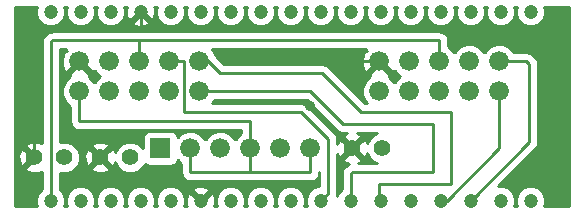
<source format=gbl>
G04 #@! TF.FileFunction,Copper,L2,Bot,Signal*
%FSLAX46Y46*%
G04 Gerber Fmt 4.6, Leading zero omitted, Abs format (unit mm)*
G04 Created by KiCad (PCBNEW 0.201412191901+5326~19~ubuntu14.04.1-product) date Mon 22 Dec 2014 04:55:03 PM PST*
%MOMM*%
G01*
G04 APERTURE LIST*
%ADD10C,0.100000*%
%ADD11R,1.676400X1.676400*%
%ADD12C,1.676400*%
%ADD13C,1.397000*%
%ADD14C,1.200000*%
%ADD15C,0.889000*%
%ADD16C,0.254000*%
G04 APERTURE END LIST*
D10*
D11*
X161290000Y-99568000D03*
D12*
X163830000Y-99568000D03*
X166370000Y-99568000D03*
X168910000Y-99568000D03*
X171450000Y-99568000D03*
X173990000Y-99568000D03*
X154432000Y-94742000D03*
X154432000Y-92202000D03*
X156972000Y-94742000D03*
X156972000Y-92202000D03*
X159512000Y-94742000D03*
X159512000Y-92202000D03*
X162052000Y-94742000D03*
X162052000Y-92202000D03*
X164592000Y-94742000D03*
X164592000Y-92202000D03*
X179832000Y-94742000D03*
X179832000Y-92202000D03*
X182372000Y-94742000D03*
X182372000Y-92202000D03*
X184912000Y-94742000D03*
X184912000Y-92202000D03*
X187452000Y-94742000D03*
X187452000Y-92202000D03*
X189992000Y-94742000D03*
X189992000Y-92202000D03*
D13*
X153162000Y-100330000D03*
X150622000Y-100330000D03*
X156210000Y-100330000D03*
X158750000Y-100330000D03*
X180086000Y-99568000D03*
X177546000Y-99568000D03*
D14*
X152001100Y-88003600D03*
X154541100Y-88003600D03*
X157081100Y-88003600D03*
X159621100Y-88003600D03*
X162161100Y-88003600D03*
X164701100Y-88003600D03*
X167241100Y-88003600D03*
X169781100Y-88003600D03*
X172321100Y-88003600D03*
X174861100Y-88003600D03*
X177401100Y-88003600D03*
X179941100Y-88003600D03*
X182481100Y-88003600D03*
X185021100Y-88003600D03*
X187561100Y-88003600D03*
X190101100Y-88003600D03*
X192641100Y-88003600D03*
X152001100Y-104003600D03*
X154541100Y-104003600D03*
X157081100Y-104003600D03*
X159621100Y-104003600D03*
X162161100Y-104003600D03*
X164701100Y-104003600D03*
X167241100Y-104003600D03*
X169781100Y-104003600D03*
X172321100Y-104003600D03*
X174861100Y-104003600D03*
X177401100Y-104003600D03*
X179941100Y-104003600D03*
X182481100Y-104003600D03*
X185021100Y-104003600D03*
X187561100Y-104003600D03*
X190101100Y-104003600D03*
X192641100Y-104003600D03*
D15*
X173990000Y-96012000D03*
X172720000Y-92202000D03*
D16*
X154432000Y-97282000D02*
X168910000Y-97282000D01*
X168910000Y-97282000D02*
X168910000Y-99568000D01*
X154432000Y-94742000D02*
X154432000Y-97282000D01*
X168910000Y-101600000D02*
X163830000Y-101600000D01*
X163830000Y-101600000D02*
X163830000Y-99568000D01*
X168910000Y-99568000D02*
X168910000Y-101600000D01*
X173990000Y-101600000D02*
X173990000Y-99568000D01*
X168910000Y-101600000D02*
X173990000Y-101600000D01*
X177546000Y-99568000D02*
X173990000Y-96012000D01*
X175006000Y-92202000D02*
X179832000Y-92202000D01*
X172720000Y-92202000D02*
X175006000Y-92202000D01*
X150731100Y-89552900D02*
X150622000Y-89662000D01*
X150622000Y-89662000D02*
X150622000Y-100330000D01*
X159621100Y-88003600D02*
X159621100Y-89552900D01*
X159621100Y-89552900D02*
X150731100Y-89552900D01*
X184911797Y-90413844D02*
X159511717Y-90413844D01*
X184912000Y-92202000D02*
X184911797Y-90413844D01*
X159511920Y-91694000D02*
X159511717Y-90413844D01*
X152001100Y-90568900D02*
X152146000Y-90424000D01*
X152146000Y-90424000D02*
X159511717Y-90413844D01*
X152001100Y-104003600D02*
X152001100Y-90568900D01*
X163322000Y-92202000D02*
X163322000Y-96520000D01*
X163322000Y-96520000D02*
X173228000Y-96520000D01*
X173228000Y-96520000D02*
X175514000Y-98806000D01*
X175514000Y-98806000D02*
X175514000Y-103350700D01*
X175514000Y-103350700D02*
X174861100Y-104003600D01*
X162052000Y-92202000D02*
X163322000Y-92202000D01*
X177401100Y-101709100D02*
X177510200Y-101600000D01*
X177510200Y-101600000D02*
X184404000Y-101600000D01*
X184404000Y-101600000D02*
X184404000Y-97536000D01*
X184404000Y-97536000D02*
X176784000Y-97536000D01*
X176784000Y-97536000D02*
X173990000Y-94742000D01*
X173990000Y-94742000D02*
X164592000Y-94742000D01*
X177401100Y-104003600D02*
X177401100Y-101709100D01*
X179832000Y-103894500D02*
X179941100Y-104003600D01*
X166370000Y-93218000D02*
X173840588Y-93218000D01*
X173840588Y-93218000D02*
X173736000Y-93218000D01*
X165354000Y-92202000D02*
X166370000Y-93218000D01*
X164592000Y-92202000D02*
X165354000Y-92202000D01*
X175006000Y-93218000D02*
X178308000Y-96520000D01*
X179832000Y-102616000D02*
X179832000Y-103894500D01*
X178308000Y-96520000D02*
X185928000Y-96520000D01*
X185928000Y-96520000D02*
X185928000Y-98552000D01*
X185928000Y-98552000D02*
X185928000Y-102616000D01*
X185928000Y-102616000D02*
X179832000Y-102616000D01*
X173840588Y-93218000D02*
X175006000Y-93218000D01*
X185556400Y-104003600D02*
X185021100Y-104003600D01*
X189992000Y-99568000D02*
X185556400Y-104003600D01*
X189992000Y-94742000D02*
X189992000Y-99568000D01*
X192278000Y-92202000D02*
X192532000Y-92456000D01*
X192532000Y-92456000D02*
X192532000Y-99032700D01*
X192532000Y-99032700D02*
X187561100Y-104003600D01*
X189992000Y-92202000D02*
X192278000Y-92202000D01*
G36*
X174752000Y-102768504D02*
X174616521Y-102768386D01*
X174162443Y-102956008D01*
X173814729Y-103303115D01*
X173626315Y-103756866D01*
X173625886Y-104248179D01*
X173717954Y-104471000D01*
X173464256Y-104471000D01*
X173555885Y-104250334D01*
X173556314Y-103759021D01*
X173368692Y-103304943D01*
X173021585Y-102957229D01*
X172567834Y-102768815D01*
X172076521Y-102768386D01*
X171622443Y-102956008D01*
X171274729Y-103303115D01*
X171086315Y-103756866D01*
X171085886Y-104248179D01*
X171177954Y-104471000D01*
X170924256Y-104471000D01*
X171015885Y-104250334D01*
X171016314Y-103759021D01*
X170828692Y-103304943D01*
X170481585Y-102957229D01*
X170027834Y-102768815D01*
X169536521Y-102768386D01*
X169082443Y-102956008D01*
X168734729Y-103303115D01*
X168546315Y-103756866D01*
X168545886Y-104248179D01*
X168637954Y-104471000D01*
X168384256Y-104471000D01*
X168475885Y-104250334D01*
X168476314Y-103759021D01*
X168288692Y-103304943D01*
X167941585Y-102957229D01*
X167487834Y-102768815D01*
X166996521Y-102768386D01*
X166542443Y-102956008D01*
X166194729Y-103303115D01*
X166006315Y-103756866D01*
X166005886Y-104248179D01*
X166097954Y-104471000D01*
X165846371Y-104471000D01*
X165948907Y-104172564D01*
X165918582Y-103682187D01*
X165789264Y-103369983D01*
X165563835Y-103320470D01*
X165384230Y-103500075D01*
X165384230Y-103140865D01*
X165334717Y-102915436D01*
X164870064Y-102755793D01*
X164379687Y-102786118D01*
X164067483Y-102915436D01*
X164017970Y-103140865D01*
X164701100Y-103823995D01*
X165384230Y-103140865D01*
X165384230Y-103500075D01*
X164880705Y-104003600D01*
X164894847Y-104017742D01*
X164715242Y-104197347D01*
X164701100Y-104183205D01*
X164686957Y-104197347D01*
X164507352Y-104017742D01*
X164521495Y-104003600D01*
X163838365Y-103320470D01*
X163612936Y-103369983D01*
X163453293Y-103834636D01*
X163483618Y-104325013D01*
X163544087Y-104471000D01*
X163304256Y-104471000D01*
X163395885Y-104250334D01*
X163396314Y-103759021D01*
X163208692Y-103304943D01*
X162861585Y-102957229D01*
X162407834Y-102768815D01*
X161916521Y-102768386D01*
X161462443Y-102956008D01*
X161114729Y-103303115D01*
X160926315Y-103756866D01*
X160925886Y-104248179D01*
X161017954Y-104471000D01*
X160764256Y-104471000D01*
X160855885Y-104250334D01*
X160856314Y-103759021D01*
X160668692Y-103304943D01*
X160321585Y-102957229D01*
X159867834Y-102768815D01*
X159376521Y-102768386D01*
X158922443Y-102956008D01*
X158574729Y-103303115D01*
X158386315Y-103756866D01*
X158385886Y-104248179D01*
X158477954Y-104471000D01*
X158224256Y-104471000D01*
X158315885Y-104250334D01*
X158316314Y-103759021D01*
X158128692Y-103304943D01*
X157781585Y-102957229D01*
X157327834Y-102768815D01*
X156964583Y-102768497D01*
X156964583Y-101264188D01*
X156210000Y-100509605D01*
X156030395Y-100689210D01*
X156030395Y-100330000D01*
X155275812Y-99575417D01*
X155040200Y-99637071D01*
X154864073Y-100137480D01*
X154892852Y-100667199D01*
X155040200Y-101022929D01*
X155275812Y-101084583D01*
X156030395Y-100330000D01*
X156030395Y-100689210D01*
X155455417Y-101264188D01*
X155517071Y-101499800D01*
X156017480Y-101675927D01*
X156547199Y-101647148D01*
X156902929Y-101499800D01*
X156964583Y-101264188D01*
X156964583Y-102768497D01*
X156836521Y-102768386D01*
X156382443Y-102956008D01*
X156034729Y-103303115D01*
X155846315Y-103756866D01*
X155845886Y-104248179D01*
X155937954Y-104471000D01*
X155684256Y-104471000D01*
X155775885Y-104250334D01*
X155776314Y-103759021D01*
X155588692Y-103304943D01*
X155241585Y-102957229D01*
X154787834Y-102768815D01*
X154296521Y-102768386D01*
X153842443Y-102956008D01*
X153494729Y-103303115D01*
X153306315Y-103756866D01*
X153305886Y-104248179D01*
X153397954Y-104471000D01*
X153144256Y-104471000D01*
X153235885Y-104250334D01*
X153236314Y-103759021D01*
X153048692Y-103304943D01*
X152763100Y-103018851D01*
X152763100Y-101608254D01*
X152895587Y-101663268D01*
X153426086Y-101663731D01*
X153916380Y-101461146D01*
X154291827Y-101086353D01*
X154495268Y-100596413D01*
X154495731Y-100065914D01*
X154293146Y-99575620D01*
X153918353Y-99200173D01*
X153428413Y-98996732D01*
X152897914Y-98996269D01*
X152763100Y-99051972D01*
X152763100Y-91185149D01*
X153328913Y-91184368D01*
X153281837Y-91231445D01*
X153396584Y-91346192D01*
X153146510Y-91425017D01*
X152947023Y-91976097D01*
X152973611Y-92561569D01*
X153146510Y-92978983D01*
X153396587Y-93057808D01*
X154252395Y-92202000D01*
X154238252Y-92187857D01*
X154417857Y-92008252D01*
X154432000Y-92022395D01*
X154446142Y-92008252D01*
X154625747Y-92187857D01*
X154611605Y-92202000D01*
X155467413Y-93057808D01*
X155701163Y-92984129D01*
X155722353Y-93035411D01*
X156136409Y-93450190D01*
X156188391Y-93471775D01*
X156138589Y-93492353D01*
X155723810Y-93906409D01*
X155702224Y-93958391D01*
X155681647Y-93908589D01*
X155267591Y-93493810D01*
X155214004Y-93471558D01*
X155287808Y-93237413D01*
X154432000Y-92381605D01*
X154252395Y-92561210D01*
X153576192Y-93237413D01*
X153649870Y-93471163D01*
X153598589Y-93492353D01*
X153183810Y-93906409D01*
X152959056Y-94447677D01*
X152958545Y-95033752D01*
X153182353Y-95575411D01*
X153596409Y-95990190D01*
X153670000Y-96020747D01*
X153670000Y-97282000D01*
X153728004Y-97573605D01*
X153893185Y-97820815D01*
X154140395Y-97985996D01*
X154432000Y-98044000D01*
X168148000Y-98044000D01*
X168148000Y-98288846D01*
X168076589Y-98318353D01*
X167661810Y-98732409D01*
X167640224Y-98784391D01*
X167619647Y-98734589D01*
X167205591Y-98319810D01*
X166664323Y-98095056D01*
X166078248Y-98094545D01*
X165536589Y-98318353D01*
X165121810Y-98732409D01*
X165100224Y-98784391D01*
X165079647Y-98734589D01*
X164665591Y-98319810D01*
X164124323Y-98095056D01*
X163538248Y-98094545D01*
X162996589Y-98318353D01*
X162744613Y-98569888D01*
X162728663Y-98487677D01*
X162588873Y-98274873D01*
X162377840Y-98132423D01*
X162128200Y-98082360D01*
X160451800Y-98082360D01*
X160209677Y-98129337D01*
X159996873Y-98269127D01*
X159854423Y-98480160D01*
X159804360Y-98729800D01*
X159804360Y-99498700D01*
X159506353Y-99200173D01*
X159016413Y-98996732D01*
X158485914Y-98996269D01*
X157995620Y-99198854D01*
X157620173Y-99573647D01*
X157486686Y-99895118D01*
X157379800Y-99637071D01*
X157144188Y-99575417D01*
X156964583Y-99755022D01*
X156964583Y-99395812D01*
X156902929Y-99160200D01*
X156402520Y-98984073D01*
X155872801Y-99012852D01*
X155517071Y-99160200D01*
X155455417Y-99395812D01*
X156210000Y-100150395D01*
X156964583Y-99395812D01*
X156964583Y-99755022D01*
X156389605Y-100330000D01*
X157144188Y-101084583D01*
X157379800Y-101022929D01*
X157478083Y-100743688D01*
X157618854Y-101084380D01*
X157993647Y-101459827D01*
X158483587Y-101663268D01*
X159014086Y-101663731D01*
X159504380Y-101461146D01*
X159879827Y-101086353D01*
X159980234Y-100844545D01*
X159991127Y-100861127D01*
X160202160Y-101003577D01*
X160451800Y-101053640D01*
X162128200Y-101053640D01*
X162370323Y-101006663D01*
X162583127Y-100866873D01*
X162725577Y-100655840D01*
X162743771Y-100565114D01*
X162994409Y-100816190D01*
X163068000Y-100846747D01*
X163068000Y-101600000D01*
X163126004Y-101891605D01*
X163291185Y-102138815D01*
X163538395Y-102303996D01*
X163830000Y-102362000D01*
X168910000Y-102362000D01*
X173990000Y-102362000D01*
X174281605Y-102303996D01*
X174528815Y-102138815D01*
X174693996Y-101891605D01*
X174752000Y-101600000D01*
X174752000Y-102768504D01*
X174752000Y-102768504D01*
G37*
X174752000Y-102768504D02*
X174616521Y-102768386D01*
X174162443Y-102956008D01*
X173814729Y-103303115D01*
X173626315Y-103756866D01*
X173625886Y-104248179D01*
X173717954Y-104471000D01*
X173464256Y-104471000D01*
X173555885Y-104250334D01*
X173556314Y-103759021D01*
X173368692Y-103304943D01*
X173021585Y-102957229D01*
X172567834Y-102768815D01*
X172076521Y-102768386D01*
X171622443Y-102956008D01*
X171274729Y-103303115D01*
X171086315Y-103756866D01*
X171085886Y-104248179D01*
X171177954Y-104471000D01*
X170924256Y-104471000D01*
X171015885Y-104250334D01*
X171016314Y-103759021D01*
X170828692Y-103304943D01*
X170481585Y-102957229D01*
X170027834Y-102768815D01*
X169536521Y-102768386D01*
X169082443Y-102956008D01*
X168734729Y-103303115D01*
X168546315Y-103756866D01*
X168545886Y-104248179D01*
X168637954Y-104471000D01*
X168384256Y-104471000D01*
X168475885Y-104250334D01*
X168476314Y-103759021D01*
X168288692Y-103304943D01*
X167941585Y-102957229D01*
X167487834Y-102768815D01*
X166996521Y-102768386D01*
X166542443Y-102956008D01*
X166194729Y-103303115D01*
X166006315Y-103756866D01*
X166005886Y-104248179D01*
X166097954Y-104471000D01*
X165846371Y-104471000D01*
X165948907Y-104172564D01*
X165918582Y-103682187D01*
X165789264Y-103369983D01*
X165563835Y-103320470D01*
X165384230Y-103500075D01*
X165384230Y-103140865D01*
X165334717Y-102915436D01*
X164870064Y-102755793D01*
X164379687Y-102786118D01*
X164067483Y-102915436D01*
X164017970Y-103140865D01*
X164701100Y-103823995D01*
X165384230Y-103140865D01*
X165384230Y-103500075D01*
X164880705Y-104003600D01*
X164894847Y-104017742D01*
X164715242Y-104197347D01*
X164701100Y-104183205D01*
X164686957Y-104197347D01*
X164507352Y-104017742D01*
X164521495Y-104003600D01*
X163838365Y-103320470D01*
X163612936Y-103369983D01*
X163453293Y-103834636D01*
X163483618Y-104325013D01*
X163544087Y-104471000D01*
X163304256Y-104471000D01*
X163395885Y-104250334D01*
X163396314Y-103759021D01*
X163208692Y-103304943D01*
X162861585Y-102957229D01*
X162407834Y-102768815D01*
X161916521Y-102768386D01*
X161462443Y-102956008D01*
X161114729Y-103303115D01*
X160926315Y-103756866D01*
X160925886Y-104248179D01*
X161017954Y-104471000D01*
X160764256Y-104471000D01*
X160855885Y-104250334D01*
X160856314Y-103759021D01*
X160668692Y-103304943D01*
X160321585Y-102957229D01*
X159867834Y-102768815D01*
X159376521Y-102768386D01*
X158922443Y-102956008D01*
X158574729Y-103303115D01*
X158386315Y-103756866D01*
X158385886Y-104248179D01*
X158477954Y-104471000D01*
X158224256Y-104471000D01*
X158315885Y-104250334D01*
X158316314Y-103759021D01*
X158128692Y-103304943D01*
X157781585Y-102957229D01*
X157327834Y-102768815D01*
X156964583Y-102768497D01*
X156964583Y-101264188D01*
X156210000Y-100509605D01*
X156030395Y-100689210D01*
X156030395Y-100330000D01*
X155275812Y-99575417D01*
X155040200Y-99637071D01*
X154864073Y-100137480D01*
X154892852Y-100667199D01*
X155040200Y-101022929D01*
X155275812Y-101084583D01*
X156030395Y-100330000D01*
X156030395Y-100689210D01*
X155455417Y-101264188D01*
X155517071Y-101499800D01*
X156017480Y-101675927D01*
X156547199Y-101647148D01*
X156902929Y-101499800D01*
X156964583Y-101264188D01*
X156964583Y-102768497D01*
X156836521Y-102768386D01*
X156382443Y-102956008D01*
X156034729Y-103303115D01*
X155846315Y-103756866D01*
X155845886Y-104248179D01*
X155937954Y-104471000D01*
X155684256Y-104471000D01*
X155775885Y-104250334D01*
X155776314Y-103759021D01*
X155588692Y-103304943D01*
X155241585Y-102957229D01*
X154787834Y-102768815D01*
X154296521Y-102768386D01*
X153842443Y-102956008D01*
X153494729Y-103303115D01*
X153306315Y-103756866D01*
X153305886Y-104248179D01*
X153397954Y-104471000D01*
X153144256Y-104471000D01*
X153235885Y-104250334D01*
X153236314Y-103759021D01*
X153048692Y-103304943D01*
X152763100Y-103018851D01*
X152763100Y-101608254D01*
X152895587Y-101663268D01*
X153426086Y-101663731D01*
X153916380Y-101461146D01*
X154291827Y-101086353D01*
X154495268Y-100596413D01*
X154495731Y-100065914D01*
X154293146Y-99575620D01*
X153918353Y-99200173D01*
X153428413Y-98996732D01*
X152897914Y-98996269D01*
X152763100Y-99051972D01*
X152763100Y-91185149D01*
X153328913Y-91184368D01*
X153281837Y-91231445D01*
X153396584Y-91346192D01*
X153146510Y-91425017D01*
X152947023Y-91976097D01*
X152973611Y-92561569D01*
X153146510Y-92978983D01*
X153396587Y-93057808D01*
X154252395Y-92202000D01*
X154238252Y-92187857D01*
X154417857Y-92008252D01*
X154432000Y-92022395D01*
X154446142Y-92008252D01*
X154625747Y-92187857D01*
X154611605Y-92202000D01*
X155467413Y-93057808D01*
X155701163Y-92984129D01*
X155722353Y-93035411D01*
X156136409Y-93450190D01*
X156188391Y-93471775D01*
X156138589Y-93492353D01*
X155723810Y-93906409D01*
X155702224Y-93958391D01*
X155681647Y-93908589D01*
X155267591Y-93493810D01*
X155214004Y-93471558D01*
X155287808Y-93237413D01*
X154432000Y-92381605D01*
X154252395Y-92561210D01*
X153576192Y-93237413D01*
X153649870Y-93471163D01*
X153598589Y-93492353D01*
X153183810Y-93906409D01*
X152959056Y-94447677D01*
X152958545Y-95033752D01*
X153182353Y-95575411D01*
X153596409Y-95990190D01*
X153670000Y-96020747D01*
X153670000Y-97282000D01*
X153728004Y-97573605D01*
X153893185Y-97820815D01*
X154140395Y-97985996D01*
X154432000Y-98044000D01*
X168148000Y-98044000D01*
X168148000Y-98288846D01*
X168076589Y-98318353D01*
X167661810Y-98732409D01*
X167640224Y-98784391D01*
X167619647Y-98734589D01*
X167205591Y-98319810D01*
X166664323Y-98095056D01*
X166078248Y-98094545D01*
X165536589Y-98318353D01*
X165121810Y-98732409D01*
X165100224Y-98784391D01*
X165079647Y-98734589D01*
X164665591Y-98319810D01*
X164124323Y-98095056D01*
X163538248Y-98094545D01*
X162996589Y-98318353D01*
X162744613Y-98569888D01*
X162728663Y-98487677D01*
X162588873Y-98274873D01*
X162377840Y-98132423D01*
X162128200Y-98082360D01*
X160451800Y-98082360D01*
X160209677Y-98129337D01*
X159996873Y-98269127D01*
X159854423Y-98480160D01*
X159804360Y-98729800D01*
X159804360Y-99498700D01*
X159506353Y-99200173D01*
X159016413Y-98996732D01*
X158485914Y-98996269D01*
X157995620Y-99198854D01*
X157620173Y-99573647D01*
X157486686Y-99895118D01*
X157379800Y-99637071D01*
X157144188Y-99575417D01*
X156964583Y-99755022D01*
X156964583Y-99395812D01*
X156902929Y-99160200D01*
X156402520Y-98984073D01*
X155872801Y-99012852D01*
X155517071Y-99160200D01*
X155455417Y-99395812D01*
X156210000Y-100150395D01*
X156964583Y-99395812D01*
X156964583Y-99755022D01*
X156389605Y-100330000D01*
X157144188Y-101084583D01*
X157379800Y-101022929D01*
X157478083Y-100743688D01*
X157618854Y-101084380D01*
X157993647Y-101459827D01*
X158483587Y-101663268D01*
X159014086Y-101663731D01*
X159504380Y-101461146D01*
X159879827Y-101086353D01*
X159980234Y-100844545D01*
X159991127Y-100861127D01*
X160202160Y-101003577D01*
X160451800Y-101053640D01*
X162128200Y-101053640D01*
X162370323Y-101006663D01*
X162583127Y-100866873D01*
X162725577Y-100655840D01*
X162743771Y-100565114D01*
X162994409Y-100816190D01*
X163068000Y-100846747D01*
X163068000Y-101600000D01*
X163126004Y-101891605D01*
X163291185Y-102138815D01*
X163538395Y-102303996D01*
X163830000Y-102362000D01*
X168910000Y-102362000D01*
X173990000Y-102362000D01*
X174281605Y-102303996D01*
X174528815Y-102138815D01*
X174693996Y-101891605D01*
X174752000Y-101600000D01*
X174752000Y-102768504D01*
G36*
X179667672Y-98298000D02*
X179331620Y-98436854D01*
X178956173Y-98811647D01*
X178822686Y-99133118D01*
X178715800Y-98875071D01*
X178480188Y-98813417D01*
X177725605Y-99568000D01*
X178480188Y-100322583D01*
X178715800Y-100260929D01*
X178814083Y-99981688D01*
X178954854Y-100322380D01*
X179329647Y-100697827D01*
X179667220Y-100838000D01*
X177997024Y-100838000D01*
X178238929Y-100737800D01*
X178300583Y-100502188D01*
X177546000Y-99747605D01*
X176791417Y-100502188D01*
X176853071Y-100737800D01*
X177272240Y-100885333D01*
X177218595Y-100896004D01*
X177119576Y-100962165D01*
X176971385Y-101061184D01*
X176862285Y-101170285D01*
X176697104Y-101417495D01*
X176639100Y-101709100D01*
X176639100Y-103019240D01*
X176354729Y-103303115D01*
X176221776Y-103623300D01*
X176275999Y-103350700D01*
X176276000Y-103350700D01*
X176276000Y-100019024D01*
X176376200Y-100260929D01*
X176611812Y-100322583D01*
X177366395Y-99568000D01*
X176611812Y-98813417D01*
X176376200Y-98875071D01*
X176276000Y-99159757D01*
X176276000Y-98806000D01*
X176217996Y-98514395D01*
X176052815Y-98267185D01*
X176052815Y-98267184D01*
X173766815Y-95981185D01*
X173519605Y-95816004D01*
X173228000Y-95758000D01*
X165659465Y-95758000D01*
X165840190Y-95577591D01*
X165870747Y-95504000D01*
X173674369Y-95504000D01*
X176245185Y-98074816D01*
X176393376Y-98173834D01*
X176492395Y-98239996D01*
X176492396Y-98239996D01*
X176784000Y-98298000D01*
X177094975Y-98298000D01*
X176853071Y-98398200D01*
X176791417Y-98633812D01*
X177546000Y-99388395D01*
X178300583Y-98633812D01*
X178238929Y-98398200D01*
X177954242Y-98298000D01*
X179667672Y-98298000D01*
X179667672Y-98298000D01*
G37*
X179667672Y-98298000D02*
X179331620Y-98436854D01*
X178956173Y-98811647D01*
X178822686Y-99133118D01*
X178715800Y-98875071D01*
X178480188Y-98813417D01*
X177725605Y-99568000D01*
X178480188Y-100322583D01*
X178715800Y-100260929D01*
X178814083Y-99981688D01*
X178954854Y-100322380D01*
X179329647Y-100697827D01*
X179667220Y-100838000D01*
X177997024Y-100838000D01*
X178238929Y-100737800D01*
X178300583Y-100502188D01*
X177546000Y-99747605D01*
X176791417Y-100502188D01*
X176853071Y-100737800D01*
X177272240Y-100885333D01*
X177218595Y-100896004D01*
X177119576Y-100962165D01*
X176971385Y-101061184D01*
X176862285Y-101170285D01*
X176697104Y-101417495D01*
X176639100Y-101709100D01*
X176639100Y-103019240D01*
X176354729Y-103303115D01*
X176221776Y-103623300D01*
X176275999Y-103350700D01*
X176276000Y-103350700D01*
X176276000Y-100019024D01*
X176376200Y-100260929D01*
X176611812Y-100322583D01*
X177366395Y-99568000D01*
X176611812Y-98813417D01*
X176376200Y-98875071D01*
X176276000Y-99159757D01*
X176276000Y-98806000D01*
X176217996Y-98514395D01*
X176052815Y-98267185D01*
X176052815Y-98267184D01*
X173766815Y-95981185D01*
X173519605Y-95816004D01*
X173228000Y-95758000D01*
X165659465Y-95758000D01*
X165840190Y-95577591D01*
X165870747Y-95504000D01*
X173674369Y-95504000D01*
X176245185Y-98074816D01*
X176393376Y-98173834D01*
X176492395Y-98239996D01*
X176492396Y-98239996D01*
X176784000Y-98298000D01*
X177094975Y-98298000D01*
X176853071Y-98398200D01*
X176791417Y-98633812D01*
X177546000Y-99388395D01*
X178300583Y-98633812D01*
X178238929Y-98398200D01*
X177954242Y-98298000D01*
X179667672Y-98298000D01*
G36*
X181588391Y-93471775D02*
X181538589Y-93492353D01*
X181123810Y-93906409D01*
X181102224Y-93958391D01*
X181081647Y-93908589D01*
X180667591Y-93493810D01*
X180614004Y-93471558D01*
X180687808Y-93237413D01*
X179832000Y-92381605D01*
X179652395Y-92561210D01*
X178976192Y-93237413D01*
X179049870Y-93471163D01*
X178998589Y-93492353D01*
X178583810Y-93906409D01*
X178359056Y-94447677D01*
X178358545Y-95033752D01*
X178582353Y-95575411D01*
X178764623Y-95758000D01*
X178623630Y-95758000D01*
X175544815Y-92679185D01*
X175297605Y-92514004D01*
X175006000Y-92456000D01*
X173840588Y-92456000D01*
X173736000Y-92456000D01*
X166685630Y-92456000D01*
X166013051Y-91783421D01*
X165841647Y-91368589D01*
X165649237Y-91175844D01*
X178737438Y-91175844D01*
X178681837Y-91231445D01*
X178796584Y-91346192D01*
X178546510Y-91425017D01*
X178347023Y-91976097D01*
X178373611Y-92561569D01*
X178546510Y-92978983D01*
X178796587Y-93057808D01*
X179652395Y-92202000D01*
X179638252Y-92187857D01*
X179817857Y-92008252D01*
X179832000Y-92022395D01*
X179846142Y-92008252D01*
X180025747Y-92187857D01*
X180011605Y-92202000D01*
X180867413Y-93057808D01*
X181101163Y-92984129D01*
X181122353Y-93035411D01*
X181536409Y-93450190D01*
X181588391Y-93471775D01*
X181588391Y-93471775D01*
G37*
X181588391Y-93471775D02*
X181538589Y-93492353D01*
X181123810Y-93906409D01*
X181102224Y-93958391D01*
X181081647Y-93908589D01*
X180667591Y-93493810D01*
X180614004Y-93471558D01*
X180687808Y-93237413D01*
X179832000Y-92381605D01*
X179652395Y-92561210D01*
X178976192Y-93237413D01*
X179049870Y-93471163D01*
X178998589Y-93492353D01*
X178583810Y-93906409D01*
X178359056Y-94447677D01*
X178358545Y-95033752D01*
X178582353Y-95575411D01*
X178764623Y-95758000D01*
X178623630Y-95758000D01*
X175544815Y-92679185D01*
X175297605Y-92514004D01*
X175006000Y-92456000D01*
X173840588Y-92456000D01*
X173736000Y-92456000D01*
X166685630Y-92456000D01*
X166013051Y-91783421D01*
X165841647Y-91368589D01*
X165649237Y-91175844D01*
X178737438Y-91175844D01*
X178681837Y-91231445D01*
X178796584Y-91346192D01*
X178546510Y-91425017D01*
X178347023Y-91976097D01*
X178373611Y-92561569D01*
X178546510Y-92978983D01*
X178796587Y-93057808D01*
X179652395Y-92202000D01*
X179638252Y-92187857D01*
X179817857Y-92008252D01*
X179832000Y-92022395D01*
X179846142Y-92008252D01*
X180025747Y-92187857D01*
X180011605Y-92202000D01*
X180867413Y-93057808D01*
X181101163Y-92984129D01*
X181122353Y-93035411D01*
X181536409Y-93450190D01*
X181588391Y-93471775D01*
G36*
X195911000Y-104471000D02*
X193784256Y-104471000D01*
X193875885Y-104250334D01*
X193876314Y-103759021D01*
X193688692Y-103304943D01*
X193341585Y-102957229D01*
X192887834Y-102768815D01*
X192396521Y-102768386D01*
X191942443Y-102956008D01*
X191594729Y-103303115D01*
X191406315Y-103756866D01*
X191405886Y-104248179D01*
X191497954Y-104471000D01*
X191244256Y-104471000D01*
X191335885Y-104250334D01*
X191336314Y-103759021D01*
X191148692Y-103304943D01*
X190801585Y-102957229D01*
X190347834Y-102768815D01*
X189873929Y-102768401D01*
X193070815Y-99571516D01*
X193070815Y-99571515D01*
X193235996Y-99324305D01*
X193293999Y-99032700D01*
X193294000Y-99032700D01*
X193294000Y-92456000D01*
X193235996Y-92164395D01*
X193070815Y-91917185D01*
X193070815Y-91917184D01*
X192816815Y-91663185D01*
X192569605Y-91498004D01*
X192278000Y-91440000D01*
X191271153Y-91440000D01*
X191241647Y-91368589D01*
X190827591Y-90953810D01*
X190286323Y-90729056D01*
X189700248Y-90728545D01*
X189158589Y-90952353D01*
X188743810Y-91366409D01*
X188722224Y-91418391D01*
X188701647Y-91368589D01*
X188287591Y-90953810D01*
X187746323Y-90729056D01*
X187160248Y-90728545D01*
X186618589Y-90952353D01*
X186203810Y-91366409D01*
X186182224Y-91418391D01*
X186161647Y-91368589D01*
X185747591Y-90953810D01*
X185673854Y-90923192D01*
X185673797Y-90413844D01*
X185673797Y-90413757D01*
X185644594Y-90267031D01*
X185615793Y-90122239D01*
X185615768Y-90122202D01*
X185615760Y-90122159D01*
X185532722Y-89997915D01*
X185450612Y-89875029D01*
X185450575Y-89875004D01*
X185450551Y-89874968D01*
X185327585Y-89792824D01*
X185203402Y-89709848D01*
X185203358Y-89709839D01*
X185203322Y-89709815D01*
X185058442Y-89681013D01*
X184911797Y-89651844D01*
X184911710Y-89651844D01*
X160304230Y-89651844D01*
X160304230Y-88866335D01*
X159621100Y-88183205D01*
X158937970Y-88866335D01*
X158987483Y-89091764D01*
X159452136Y-89251407D01*
X159942513Y-89221082D01*
X160254717Y-89091764D01*
X160304230Y-88866335D01*
X160304230Y-89651844D01*
X159511717Y-89651844D01*
X159511656Y-89651856D01*
X159511596Y-89651844D01*
X159511130Y-89651936D01*
X159510666Y-89651845D01*
X152144949Y-89662001D01*
X152000162Y-89691008D01*
X151854396Y-89720003D01*
X151853948Y-89720302D01*
X151853425Y-89720407D01*
X151730788Y-89802594D01*
X151607185Y-89885184D01*
X151462285Y-90030085D01*
X151297104Y-90277295D01*
X151239100Y-90568900D01*
X151239100Y-99133510D01*
X150814520Y-98984073D01*
X150284801Y-99012852D01*
X149929071Y-99160200D01*
X149867417Y-99395812D01*
X150622000Y-100150395D01*
X150636142Y-100136252D01*
X150815747Y-100315857D01*
X150801605Y-100330000D01*
X150815747Y-100344142D01*
X150636142Y-100523747D01*
X150622000Y-100509605D01*
X150442395Y-100689210D01*
X150442395Y-100330000D01*
X149687812Y-99575417D01*
X149452200Y-99637071D01*
X149276073Y-100137480D01*
X149304852Y-100667199D01*
X149452200Y-101022929D01*
X149687812Y-101084583D01*
X150442395Y-100330000D01*
X150442395Y-100689210D01*
X149867417Y-101264188D01*
X149929071Y-101499800D01*
X150429480Y-101675927D01*
X150959199Y-101647148D01*
X151239100Y-101531209D01*
X151239100Y-103019240D01*
X150954729Y-103303115D01*
X150766315Y-103756866D01*
X150765886Y-104248179D01*
X150857954Y-104471000D01*
X149021000Y-104471000D01*
X149021000Y-87553000D01*
X150850967Y-87553000D01*
X150766315Y-87756866D01*
X150765886Y-88248179D01*
X150953508Y-88702257D01*
X151300615Y-89049971D01*
X151754366Y-89238385D01*
X152245679Y-89238814D01*
X152699757Y-89051192D01*
X153047471Y-88704085D01*
X153235885Y-88250334D01*
X153236314Y-87759021D01*
X153151187Y-87553000D01*
X153390967Y-87553000D01*
X153306315Y-87756866D01*
X153305886Y-88248179D01*
X153493508Y-88702257D01*
X153840615Y-89049971D01*
X154294366Y-89238385D01*
X154785679Y-89238814D01*
X155239757Y-89051192D01*
X155587471Y-88704085D01*
X155775885Y-88250334D01*
X155776314Y-87759021D01*
X155691187Y-87553000D01*
X155930967Y-87553000D01*
X155846315Y-87756866D01*
X155845886Y-88248179D01*
X156033508Y-88702257D01*
X156380615Y-89049971D01*
X156834366Y-89238385D01*
X157325679Y-89238814D01*
X157779757Y-89051192D01*
X158127471Y-88704085D01*
X158315885Y-88250334D01*
X158316314Y-87759021D01*
X158231187Y-87553000D01*
X158470055Y-87553000D01*
X158373293Y-87834636D01*
X158403618Y-88325013D01*
X158532936Y-88637217D01*
X158758365Y-88686730D01*
X159441495Y-88003600D01*
X159427352Y-87989457D01*
X159606957Y-87809852D01*
X159621100Y-87823995D01*
X159635242Y-87809852D01*
X159814847Y-87989457D01*
X159800705Y-88003600D01*
X160483835Y-88686730D01*
X160709264Y-88637217D01*
X160868907Y-88172564D01*
X160838582Y-87682187D01*
X160785071Y-87553000D01*
X161010967Y-87553000D01*
X160926315Y-87756866D01*
X160925886Y-88248179D01*
X161113508Y-88702257D01*
X161460615Y-89049971D01*
X161914366Y-89238385D01*
X162405679Y-89238814D01*
X162859757Y-89051192D01*
X163207471Y-88704085D01*
X163395885Y-88250334D01*
X163396314Y-87759021D01*
X163311187Y-87553000D01*
X163550967Y-87553000D01*
X163466315Y-87756866D01*
X163465886Y-88248179D01*
X163653508Y-88702257D01*
X164000615Y-89049971D01*
X164454366Y-89238385D01*
X164945679Y-89238814D01*
X165399757Y-89051192D01*
X165747471Y-88704085D01*
X165935885Y-88250334D01*
X165936314Y-87759021D01*
X165851187Y-87553000D01*
X166090967Y-87553000D01*
X166006315Y-87756866D01*
X166005886Y-88248179D01*
X166193508Y-88702257D01*
X166540615Y-89049971D01*
X166994366Y-89238385D01*
X167485679Y-89238814D01*
X167939757Y-89051192D01*
X168287471Y-88704085D01*
X168475885Y-88250334D01*
X168476314Y-87759021D01*
X168391187Y-87553000D01*
X168630967Y-87553000D01*
X168546315Y-87756866D01*
X168545886Y-88248179D01*
X168733508Y-88702257D01*
X169080615Y-89049971D01*
X169534366Y-89238385D01*
X170025679Y-89238814D01*
X170479757Y-89051192D01*
X170827471Y-88704085D01*
X171015885Y-88250334D01*
X171016314Y-87759021D01*
X170931187Y-87553000D01*
X171170967Y-87553000D01*
X171086315Y-87756866D01*
X171085886Y-88248179D01*
X171273508Y-88702257D01*
X171620615Y-89049971D01*
X172074366Y-89238385D01*
X172565679Y-89238814D01*
X173019757Y-89051192D01*
X173367471Y-88704085D01*
X173555885Y-88250334D01*
X173556314Y-87759021D01*
X173471187Y-87553000D01*
X173710967Y-87553000D01*
X173626315Y-87756866D01*
X173625886Y-88248179D01*
X173813508Y-88702257D01*
X174160615Y-89049971D01*
X174614366Y-89238385D01*
X175105679Y-89238814D01*
X175559757Y-89051192D01*
X175907471Y-88704085D01*
X176095885Y-88250334D01*
X176096314Y-87759021D01*
X176011187Y-87553000D01*
X176250967Y-87553000D01*
X176166315Y-87756866D01*
X176165886Y-88248179D01*
X176353508Y-88702257D01*
X176700615Y-89049971D01*
X177154366Y-89238385D01*
X177645679Y-89238814D01*
X178099757Y-89051192D01*
X178447471Y-88704085D01*
X178635885Y-88250334D01*
X178636314Y-87759021D01*
X178551187Y-87553000D01*
X178790967Y-87553000D01*
X178706315Y-87756866D01*
X178705886Y-88248179D01*
X178893508Y-88702257D01*
X179240615Y-89049971D01*
X179694366Y-89238385D01*
X180185679Y-89238814D01*
X180639757Y-89051192D01*
X180987471Y-88704085D01*
X181175885Y-88250334D01*
X181176314Y-87759021D01*
X181091187Y-87553000D01*
X181330967Y-87553000D01*
X181246315Y-87756866D01*
X181245886Y-88248179D01*
X181433508Y-88702257D01*
X181780615Y-89049971D01*
X182234366Y-89238385D01*
X182725679Y-89238814D01*
X183179757Y-89051192D01*
X183527471Y-88704085D01*
X183715885Y-88250334D01*
X183716314Y-87759021D01*
X183631187Y-87553000D01*
X183870967Y-87553000D01*
X183786315Y-87756866D01*
X183785886Y-88248179D01*
X183973508Y-88702257D01*
X184320615Y-89049971D01*
X184774366Y-89238385D01*
X185265679Y-89238814D01*
X185719757Y-89051192D01*
X186067471Y-88704085D01*
X186255885Y-88250334D01*
X186256314Y-87759021D01*
X186171187Y-87553000D01*
X186410967Y-87553000D01*
X186326315Y-87756866D01*
X186325886Y-88248179D01*
X186513508Y-88702257D01*
X186860615Y-89049971D01*
X187314366Y-89238385D01*
X187805679Y-89238814D01*
X188259757Y-89051192D01*
X188607471Y-88704085D01*
X188795885Y-88250334D01*
X188796314Y-87759021D01*
X188711187Y-87553000D01*
X188950967Y-87553000D01*
X188866315Y-87756866D01*
X188865886Y-88248179D01*
X189053508Y-88702257D01*
X189400615Y-89049971D01*
X189854366Y-89238385D01*
X190345679Y-89238814D01*
X190799757Y-89051192D01*
X191147471Y-88704085D01*
X191335885Y-88250334D01*
X191336314Y-87759021D01*
X191251187Y-87553000D01*
X191490967Y-87553000D01*
X191406315Y-87756866D01*
X191405886Y-88248179D01*
X191593508Y-88702257D01*
X191940615Y-89049971D01*
X192394366Y-89238385D01*
X192885679Y-89238814D01*
X193339757Y-89051192D01*
X193687471Y-88704085D01*
X193875885Y-88250334D01*
X193876314Y-87759021D01*
X193791187Y-87553000D01*
X195911000Y-87553000D01*
X195911000Y-104471000D01*
X195911000Y-104471000D01*
G37*
X195911000Y-104471000D02*
X193784256Y-104471000D01*
X193875885Y-104250334D01*
X193876314Y-103759021D01*
X193688692Y-103304943D01*
X193341585Y-102957229D01*
X192887834Y-102768815D01*
X192396521Y-102768386D01*
X191942443Y-102956008D01*
X191594729Y-103303115D01*
X191406315Y-103756866D01*
X191405886Y-104248179D01*
X191497954Y-104471000D01*
X191244256Y-104471000D01*
X191335885Y-104250334D01*
X191336314Y-103759021D01*
X191148692Y-103304943D01*
X190801585Y-102957229D01*
X190347834Y-102768815D01*
X189873929Y-102768401D01*
X193070815Y-99571516D01*
X193070815Y-99571515D01*
X193235996Y-99324305D01*
X193293999Y-99032700D01*
X193294000Y-99032700D01*
X193294000Y-92456000D01*
X193235996Y-92164395D01*
X193070815Y-91917185D01*
X193070815Y-91917184D01*
X192816815Y-91663185D01*
X192569605Y-91498004D01*
X192278000Y-91440000D01*
X191271153Y-91440000D01*
X191241647Y-91368589D01*
X190827591Y-90953810D01*
X190286323Y-90729056D01*
X189700248Y-90728545D01*
X189158589Y-90952353D01*
X188743810Y-91366409D01*
X188722224Y-91418391D01*
X188701647Y-91368589D01*
X188287591Y-90953810D01*
X187746323Y-90729056D01*
X187160248Y-90728545D01*
X186618589Y-90952353D01*
X186203810Y-91366409D01*
X186182224Y-91418391D01*
X186161647Y-91368589D01*
X185747591Y-90953810D01*
X185673854Y-90923192D01*
X185673797Y-90413844D01*
X185673797Y-90413757D01*
X185644594Y-90267031D01*
X185615793Y-90122239D01*
X185615768Y-90122202D01*
X185615760Y-90122159D01*
X185532722Y-89997915D01*
X185450612Y-89875029D01*
X185450575Y-89875004D01*
X185450551Y-89874968D01*
X185327585Y-89792824D01*
X185203402Y-89709848D01*
X185203358Y-89709839D01*
X185203322Y-89709815D01*
X185058442Y-89681013D01*
X184911797Y-89651844D01*
X184911710Y-89651844D01*
X160304230Y-89651844D01*
X160304230Y-88866335D01*
X159621100Y-88183205D01*
X158937970Y-88866335D01*
X158987483Y-89091764D01*
X159452136Y-89251407D01*
X159942513Y-89221082D01*
X160254717Y-89091764D01*
X160304230Y-88866335D01*
X160304230Y-89651844D01*
X159511717Y-89651844D01*
X159511656Y-89651856D01*
X159511596Y-89651844D01*
X159511130Y-89651936D01*
X159510666Y-89651845D01*
X152144949Y-89662001D01*
X152000162Y-89691008D01*
X151854396Y-89720003D01*
X151853948Y-89720302D01*
X151853425Y-89720407D01*
X151730788Y-89802594D01*
X151607185Y-89885184D01*
X151462285Y-90030085D01*
X151297104Y-90277295D01*
X151239100Y-90568900D01*
X151239100Y-99133510D01*
X150814520Y-98984073D01*
X150284801Y-99012852D01*
X149929071Y-99160200D01*
X149867417Y-99395812D01*
X150622000Y-100150395D01*
X150636142Y-100136252D01*
X150815747Y-100315857D01*
X150801605Y-100330000D01*
X150815747Y-100344142D01*
X150636142Y-100523747D01*
X150622000Y-100509605D01*
X150442395Y-100689210D01*
X150442395Y-100330000D01*
X149687812Y-99575417D01*
X149452200Y-99637071D01*
X149276073Y-100137480D01*
X149304852Y-100667199D01*
X149452200Y-101022929D01*
X149687812Y-101084583D01*
X150442395Y-100330000D01*
X150442395Y-100689210D01*
X149867417Y-101264188D01*
X149929071Y-101499800D01*
X150429480Y-101675927D01*
X150959199Y-101647148D01*
X151239100Y-101531209D01*
X151239100Y-103019240D01*
X150954729Y-103303115D01*
X150766315Y-103756866D01*
X150765886Y-104248179D01*
X150857954Y-104471000D01*
X149021000Y-104471000D01*
X149021000Y-87553000D01*
X150850967Y-87553000D01*
X150766315Y-87756866D01*
X150765886Y-88248179D01*
X150953508Y-88702257D01*
X151300615Y-89049971D01*
X151754366Y-89238385D01*
X152245679Y-89238814D01*
X152699757Y-89051192D01*
X153047471Y-88704085D01*
X153235885Y-88250334D01*
X153236314Y-87759021D01*
X153151187Y-87553000D01*
X153390967Y-87553000D01*
X153306315Y-87756866D01*
X153305886Y-88248179D01*
X153493508Y-88702257D01*
X153840615Y-89049971D01*
X154294366Y-89238385D01*
X154785679Y-89238814D01*
X155239757Y-89051192D01*
X155587471Y-88704085D01*
X155775885Y-88250334D01*
X155776314Y-87759021D01*
X155691187Y-87553000D01*
X155930967Y-87553000D01*
X155846315Y-87756866D01*
X155845886Y-88248179D01*
X156033508Y-88702257D01*
X156380615Y-89049971D01*
X156834366Y-89238385D01*
X157325679Y-89238814D01*
X157779757Y-89051192D01*
X158127471Y-88704085D01*
X158315885Y-88250334D01*
X158316314Y-87759021D01*
X158231187Y-87553000D01*
X158470055Y-87553000D01*
X158373293Y-87834636D01*
X158403618Y-88325013D01*
X158532936Y-88637217D01*
X158758365Y-88686730D01*
X159441495Y-88003600D01*
X159427352Y-87989457D01*
X159606957Y-87809852D01*
X159621100Y-87823995D01*
X159635242Y-87809852D01*
X159814847Y-87989457D01*
X159800705Y-88003600D01*
X160483835Y-88686730D01*
X160709264Y-88637217D01*
X160868907Y-88172564D01*
X160838582Y-87682187D01*
X160785071Y-87553000D01*
X161010967Y-87553000D01*
X160926315Y-87756866D01*
X160925886Y-88248179D01*
X161113508Y-88702257D01*
X161460615Y-89049971D01*
X161914366Y-89238385D01*
X162405679Y-89238814D01*
X162859757Y-89051192D01*
X163207471Y-88704085D01*
X163395885Y-88250334D01*
X163396314Y-87759021D01*
X163311187Y-87553000D01*
X163550967Y-87553000D01*
X163466315Y-87756866D01*
X163465886Y-88248179D01*
X163653508Y-88702257D01*
X164000615Y-89049971D01*
X164454366Y-89238385D01*
X164945679Y-89238814D01*
X165399757Y-89051192D01*
X165747471Y-88704085D01*
X165935885Y-88250334D01*
X165936314Y-87759021D01*
X165851187Y-87553000D01*
X166090967Y-87553000D01*
X166006315Y-87756866D01*
X166005886Y-88248179D01*
X166193508Y-88702257D01*
X166540615Y-89049971D01*
X166994366Y-89238385D01*
X167485679Y-89238814D01*
X167939757Y-89051192D01*
X168287471Y-88704085D01*
X168475885Y-88250334D01*
X168476314Y-87759021D01*
X168391187Y-87553000D01*
X168630967Y-87553000D01*
X168546315Y-87756866D01*
X168545886Y-88248179D01*
X168733508Y-88702257D01*
X169080615Y-89049971D01*
X169534366Y-89238385D01*
X170025679Y-89238814D01*
X170479757Y-89051192D01*
X170827471Y-88704085D01*
X171015885Y-88250334D01*
X171016314Y-87759021D01*
X170931187Y-87553000D01*
X171170967Y-87553000D01*
X171086315Y-87756866D01*
X171085886Y-88248179D01*
X171273508Y-88702257D01*
X171620615Y-89049971D01*
X172074366Y-89238385D01*
X172565679Y-89238814D01*
X173019757Y-89051192D01*
X173367471Y-88704085D01*
X173555885Y-88250334D01*
X173556314Y-87759021D01*
X173471187Y-87553000D01*
X173710967Y-87553000D01*
X173626315Y-87756866D01*
X173625886Y-88248179D01*
X173813508Y-88702257D01*
X174160615Y-89049971D01*
X174614366Y-89238385D01*
X175105679Y-89238814D01*
X175559757Y-89051192D01*
X175907471Y-88704085D01*
X176095885Y-88250334D01*
X176096314Y-87759021D01*
X176011187Y-87553000D01*
X176250967Y-87553000D01*
X176166315Y-87756866D01*
X176165886Y-88248179D01*
X176353508Y-88702257D01*
X176700615Y-89049971D01*
X177154366Y-89238385D01*
X177645679Y-89238814D01*
X178099757Y-89051192D01*
X178447471Y-88704085D01*
X178635885Y-88250334D01*
X178636314Y-87759021D01*
X178551187Y-87553000D01*
X178790967Y-87553000D01*
X178706315Y-87756866D01*
X178705886Y-88248179D01*
X178893508Y-88702257D01*
X179240615Y-89049971D01*
X179694366Y-89238385D01*
X180185679Y-89238814D01*
X180639757Y-89051192D01*
X180987471Y-88704085D01*
X181175885Y-88250334D01*
X181176314Y-87759021D01*
X181091187Y-87553000D01*
X181330967Y-87553000D01*
X181246315Y-87756866D01*
X181245886Y-88248179D01*
X181433508Y-88702257D01*
X181780615Y-89049971D01*
X182234366Y-89238385D01*
X182725679Y-89238814D01*
X183179757Y-89051192D01*
X183527471Y-88704085D01*
X183715885Y-88250334D01*
X183716314Y-87759021D01*
X183631187Y-87553000D01*
X183870967Y-87553000D01*
X183786315Y-87756866D01*
X183785886Y-88248179D01*
X183973508Y-88702257D01*
X184320615Y-89049971D01*
X184774366Y-89238385D01*
X185265679Y-89238814D01*
X185719757Y-89051192D01*
X186067471Y-88704085D01*
X186255885Y-88250334D01*
X186256314Y-87759021D01*
X186171187Y-87553000D01*
X186410967Y-87553000D01*
X186326315Y-87756866D01*
X186325886Y-88248179D01*
X186513508Y-88702257D01*
X186860615Y-89049971D01*
X187314366Y-89238385D01*
X187805679Y-89238814D01*
X188259757Y-89051192D01*
X188607471Y-88704085D01*
X188795885Y-88250334D01*
X188796314Y-87759021D01*
X188711187Y-87553000D01*
X188950967Y-87553000D01*
X188866315Y-87756866D01*
X188865886Y-88248179D01*
X189053508Y-88702257D01*
X189400615Y-89049971D01*
X189854366Y-89238385D01*
X190345679Y-89238814D01*
X190799757Y-89051192D01*
X191147471Y-88704085D01*
X191335885Y-88250334D01*
X191336314Y-87759021D01*
X191251187Y-87553000D01*
X191490967Y-87553000D01*
X191406315Y-87756866D01*
X191405886Y-88248179D01*
X191593508Y-88702257D01*
X191940615Y-89049971D01*
X192394366Y-89238385D01*
X192885679Y-89238814D01*
X193339757Y-89051192D01*
X193687471Y-88704085D01*
X193875885Y-88250334D01*
X193876314Y-87759021D01*
X193791187Y-87553000D01*
X195911000Y-87553000D01*
X195911000Y-104471000D01*
M02*

</source>
